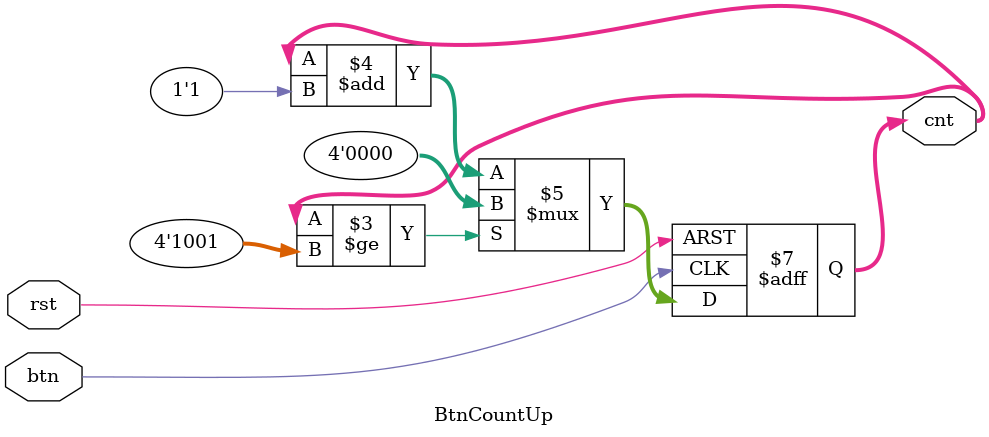
<source format=v>



module BtnCountUp (
  input  btn,                     // Pull-up Push Button
  input  rst,                     // Asynchronous Reset active low
  output reg [3:0] cnt = 4'd0     // Count value (0~9)
);


  always @(negedge btn or negedge rst) begin
	  if (~rst)
		  cnt <= 4'd0;
	  else
		  cnt <= (cnt >= 4'd9) ? 4'd0 : cnt + 1'd1;
  end


endmodule
</source>
